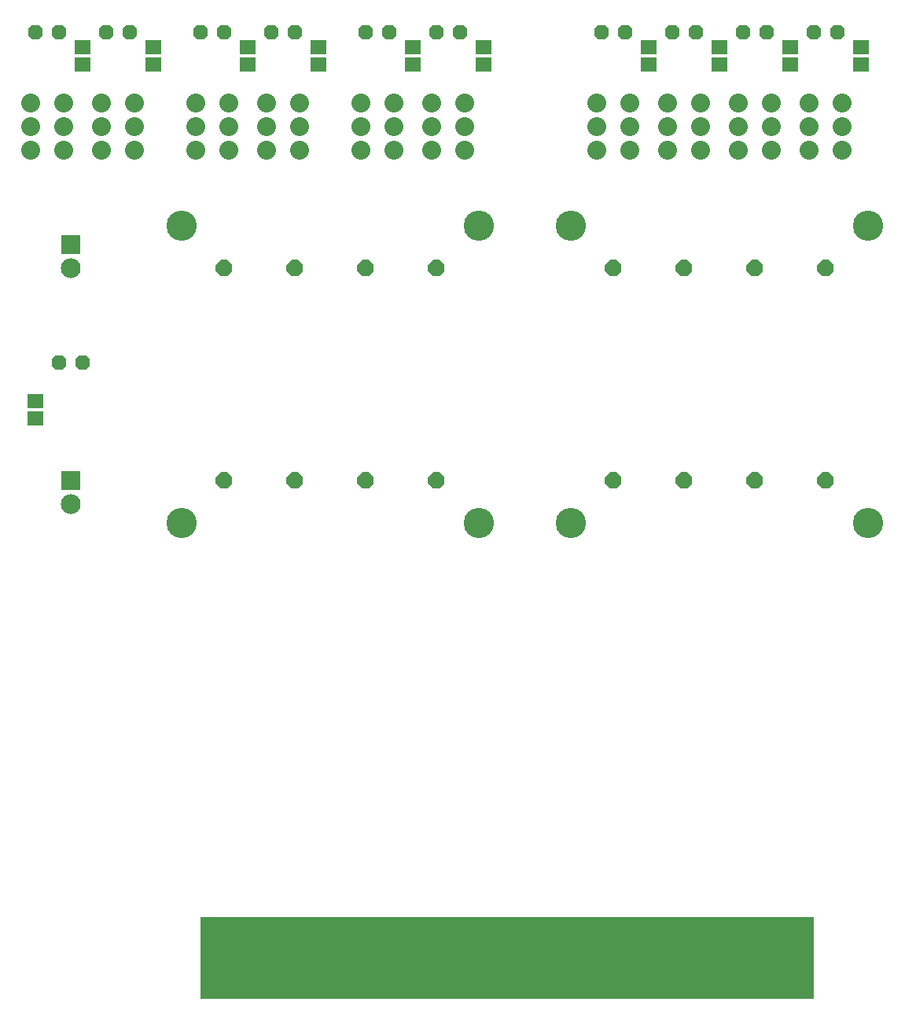
<source format=gbs>
G75*
%MOIN*%
%OFA0B0*%
%FSLAX25Y25*%
%IPPOS*%
%LPD*%
%AMOC8*
5,1,8,0,0,1.08239X$1,22.5*
%
%ADD10C,0.12811*%
%ADD11R,2.60000X0.35000*%
%ADD12R,0.06906X0.06118*%
%ADD13OC8,0.06200*%
%ADD14C,0.08000*%
%ADD15R,0.08400X0.08400*%
%ADD16C,0.08400*%
%ADD17OC8,0.07000*%
D10*
X0079000Y0207000D03*
X0079000Y0333000D03*
X0205000Y0333000D03*
X0244000Y0333000D03*
X0244000Y0207000D03*
X0205000Y0207000D03*
X0370000Y0207000D03*
X0370000Y0333000D03*
D11*
X0217000Y0022500D03*
D12*
X0017000Y0251260D03*
X0017000Y0258740D03*
X0037000Y0401260D03*
X0037000Y0408740D03*
X0067000Y0408740D03*
X0067000Y0401260D03*
X0107000Y0401260D03*
X0107000Y0408740D03*
X0137000Y0408740D03*
X0137000Y0401260D03*
X0177000Y0401260D03*
X0177000Y0408740D03*
X0207000Y0408740D03*
X0207000Y0401260D03*
X0277000Y0401260D03*
X0277000Y0408740D03*
X0307000Y0408740D03*
X0307000Y0401260D03*
X0337000Y0401260D03*
X0337000Y0408740D03*
X0367000Y0408740D03*
X0367000Y0401260D03*
D13*
X0357000Y0415000D03*
X0347000Y0415000D03*
X0327000Y0415000D03*
X0317000Y0415000D03*
X0297000Y0415000D03*
X0287000Y0415000D03*
X0267000Y0415000D03*
X0257000Y0415000D03*
X0197000Y0415000D03*
X0187000Y0415000D03*
X0167000Y0415000D03*
X0157000Y0415000D03*
X0127000Y0415000D03*
X0117000Y0415000D03*
X0097000Y0415000D03*
X0087000Y0415000D03*
X0057000Y0415000D03*
X0047000Y0415000D03*
X0027000Y0415000D03*
X0017000Y0415000D03*
X0027000Y0275000D03*
X0037000Y0275000D03*
D14*
X0029000Y0365000D03*
X0029000Y0375000D03*
X0029000Y0385000D03*
X0015000Y0385000D03*
X0015000Y0375000D03*
X0015000Y0365000D03*
X0045000Y0365000D03*
X0045000Y0375000D03*
X0045000Y0385000D03*
X0059000Y0385000D03*
X0059000Y0375000D03*
X0059000Y0365000D03*
X0085000Y0365000D03*
X0085000Y0375000D03*
X0085000Y0385000D03*
X0099000Y0385000D03*
X0099000Y0375000D03*
X0099000Y0365000D03*
X0115000Y0365000D03*
X0115000Y0375000D03*
X0115000Y0385000D03*
X0129000Y0385000D03*
X0129000Y0375000D03*
X0129000Y0365000D03*
X0155000Y0365000D03*
X0155000Y0375000D03*
X0155000Y0385000D03*
X0169000Y0385000D03*
X0169000Y0375000D03*
X0169000Y0365000D03*
X0185000Y0365000D03*
X0185000Y0375000D03*
X0185000Y0385000D03*
X0199000Y0385000D03*
X0199000Y0375000D03*
X0199000Y0365000D03*
X0255000Y0365000D03*
X0255000Y0375000D03*
X0255000Y0385000D03*
X0269000Y0385000D03*
X0269000Y0375000D03*
X0269000Y0365000D03*
X0285000Y0365000D03*
X0285000Y0375000D03*
X0285000Y0385000D03*
X0299000Y0385000D03*
X0299000Y0375000D03*
X0299000Y0365000D03*
X0315000Y0365000D03*
X0315000Y0375000D03*
X0315000Y0385000D03*
X0329000Y0385000D03*
X0329000Y0375000D03*
X0329000Y0365000D03*
X0345000Y0365000D03*
X0345000Y0375000D03*
X0345000Y0385000D03*
X0359000Y0385000D03*
X0359000Y0375000D03*
X0359000Y0365000D03*
D15*
X0032000Y0325000D03*
X0032000Y0225000D03*
D16*
X0032000Y0215000D03*
X0032000Y0315000D03*
D17*
X0097000Y0315000D03*
X0127000Y0315000D03*
X0157000Y0315000D03*
X0187000Y0315000D03*
X0262000Y0315000D03*
X0292000Y0315000D03*
X0322000Y0315000D03*
X0352000Y0315000D03*
X0352000Y0225000D03*
X0322000Y0225000D03*
X0292000Y0225000D03*
X0262000Y0225000D03*
X0187000Y0225000D03*
X0157000Y0225000D03*
X0127000Y0225000D03*
X0097000Y0225000D03*
M02*

</source>
